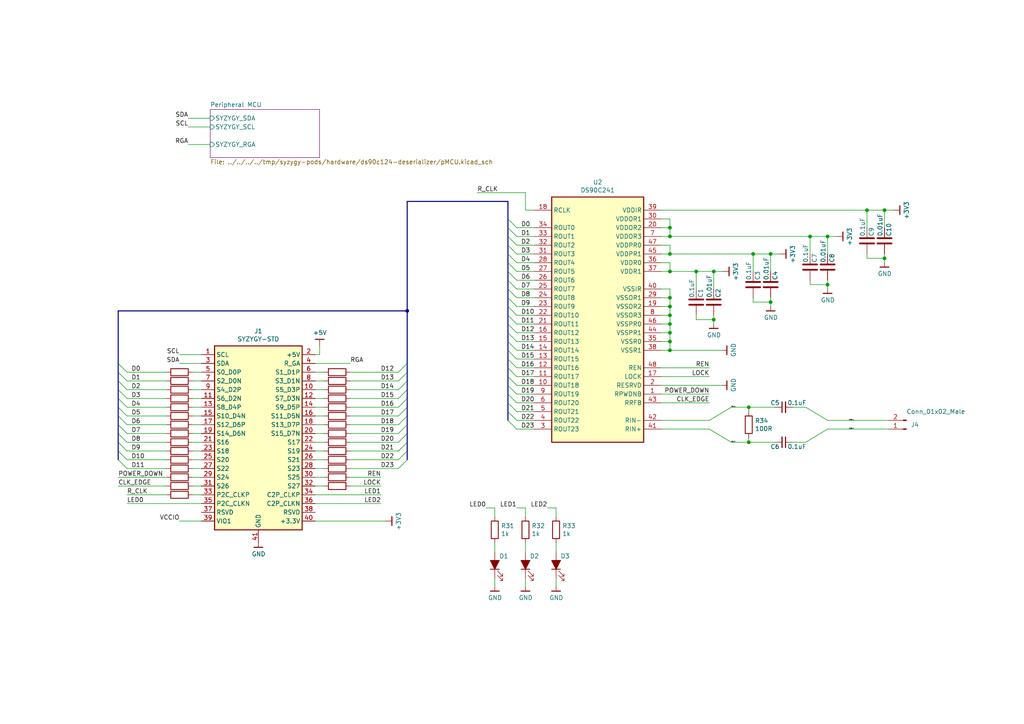
<source format=kicad_sch>
(kicad_sch (version 20230121) (generator eeschema)
  (paper "A4")
  (title_block (title "ds90c124-deserializer") (date "2020-05-23") (rev "r1.0") (comment 1 "SYZYGY Pod"))
  (lib_symbols
    (symbol "Connector:Conn_01x02_Male" (pin_names hide)
      (property "Reference" "J" (at 0 2.54 0))
      (property "Value" "Conn_01x02_Male" (at 0 -5.08 0))
      (symbol "Conn_01x02_Male_1_1"
        (polyline (pts (xy 1.27 -2.54) (xy 0.8636 -2.54)))
        (polyline (pts (xy 1.27 0) (xy 0.8636 0)))
        (rectangle (start 0.8636 -2.413) (end 0 -2.667) (fill (type outline)))
        (rectangle (start 0.8636 0.127) (end 0 -0.127) (fill (type outline)))
        (pin passive line (at 5.08 0 180) (length 3.81) (name "Pin_1") (number "1"))
        (pin passive line (at 5.08 -2.54 180) (length 3.81) (name "Pin_2") (number "2"))
      )
    )
    (symbol "Device:C" (pin_numbers hide) (pin_names (offset 0.254))
      (property "Reference" "C" (at 0.635 2.54 0))
      (property "Value" "C" (at 0.635 -2.54 0))
      (symbol "C_0_1"
        (polyline (pts (xy -2.032 -0.762) (xy 2.032 -0.762)) (stroke (width 0.508)))
        (polyline (pts (xy -2.032 0.762) (xy 2.032 0.762)) (stroke (width 0.508)))
      )
      (symbol "C_1_1"
        (pin passive line (at 0 3.81 270) (length 2.794) (name "~") (number "1"))
        (pin passive line (at 0 -3.81 90) (length 2.794) (name "~") (number "2"))
      )
    )
    (symbol "Device:C_Small" (pin_numbers hide) (pin_names (offset 0.254) hide)
      (property "Reference" "C" (at 0.254 1.778 0))
      (property "Value" "C_Small" (at 0.254 -2.032 0))
      (symbol "C_Small_0_1"
        (polyline (pts (xy -1.524 -0.508) (xy 1.524 -0.508)) (stroke (width 0.3302)))
        (polyline (pts (xy -1.524 0.508) (xy 1.524 0.508)) (stroke (width 0.3048)))
      )
      (symbol "C_Small_1_1"
        (pin passive line (at 0 2.54 270) (length 2.032) (name "~") (number "1"))
        (pin passive line (at 0 -2.54 90) (length 2.032) (name "~") (number "2"))
      )
    )
    (symbol "Device:LED_ALT" (pin_numbers hide) (pin_names hide)
      (property "Reference" "D" (at 0 2.54 0))
      (property "Value" "LED_ALT" (at 0 -2.54 0))
      (symbol "LED_ALT_0_1"
        (polyline (pts (xy -1.27 -1.27) (xy -1.27 1.27)) (stroke (width 0.254)))
        (polyline (pts (xy -1.27 0) (xy 1.27 0)))
        (polyline (pts (xy 1.27 -1.27) (xy 1.27 1.27) (xy -1.27 0) (xy 1.27 -1.27)) (stroke (width 0.254)) (fill (type outline)))
        (polyline (pts (xy -3.048 -0.762) (xy -4.572 -2.286) (xy -3.81 -2.286) (xy -4.572 -2.286) (xy -4.572 -1.524)))
        (polyline (pts (xy -1.778 -0.762) (xy -3.302 -2.286) (xy -2.54 -2.286) (xy -3.302 -2.286) (xy -3.302 -1.524)))
      )
      (symbol "LED_ALT_1_1"
        (pin passive line (at -3.81 0 0) (length 2.54) (name "K") (number "1"))
        (pin passive line (at 3.81 0 180) (length 2.54) (name "A") (number "2"))
      )
    )
    (symbol "Device:R" (pin_numbers hide) (pin_names (offset 0))
      (property "Reference" "R" (at 2.032 0 90))
      (property "Value" "R" (at 0 0 90))
      (symbol "R_0_1"
        (rectangle (start -1.016 -2.54) (end 1.016 2.54) (stroke (width 0.254)))
      )
      (symbol "R_1_1"
        (pin passive line (at 0 3.81 270) (length 1.27) (name "~") (number "1"))
        (pin passive line (at 0 -3.81 90) (length 1.27) (name "~") (number "2"))
      )
    )
    (symbol "gkl_image:DS90C241"
      (property "Reference" "U" (at -5.08 33.02 0))
      (property "Value" "DS90C241" (at -5.08 30.48 0))
      (symbol "DS90C241_0_1"
        (rectangle (start -16.51 29.21) (end 10.16 -41.91) (stroke (width 0.3302)) (fill (type background)))
      )
      (symbol "DS90C241_1_1"
        (pin input line (at 15.24 -27.94 180) (length 5.08) (name "RPWDNB") (number "1"))
        (pin input line (at -21.59 -25.4 0) (length 5.08) (name "ROUT18") (number "10"))
        (pin input line (at -21.59 -22.86 0) (length 5.08) (name "ROUT17") (number "11"))
        (pin input line (at -21.59 -20.32 0) (length 5.08) (name "ROUT16") (number "12"))
        (pin input line (at -21.59 -17.78 0) (length 5.08) (name "ROUT15") (number "13"))
        (pin input line (at -21.59 -15.24 0) (length 5.08) (name "ROUT14") (number "14"))
        (pin input line (at -21.59 -12.7 0) (length 5.08) (name "ROUT13") (number "15"))
        (pin input line (at -21.59 -10.16 0) (length 5.08) (name "ROUT12") (number "16"))
        (pin input line (at 15.24 -22.86 180) (length 5.08) (name "LOCK") (number "17"))
        (pin input line (at -21.59 25.4 0) (length 5.08) (name "RCLK") (number "18"))
        (pin input line (at 15.24 -2.54 180) (length 5.08) (name "VSSOR2") (number "19"))
        (pin input line (at 15.24 -25.4 180) (length 5.08) (name "RESRVD") (number "2"))
        (pin input line (at 15.24 20.32 180) (length 5.08) (name "VDDOR2") (number "20"))
        (pin input line (at -21.59 -7.62 0) (length 5.08) (name "ROUT11") (number "21"))
        (pin input line (at -21.59 -5.08 0) (length 5.08) (name "ROUT10") (number "22"))
        (pin input line (at -21.59 -2.54 0) (length 5.08) (name "ROUT9") (number "23"))
        (pin input line (at -21.59 0 0) (length 5.08) (name "ROUT8") (number "24"))
        (pin input line (at -21.59 2.54 0) (length 5.08) (name "ROUT7") (number "25"))
        (pin input line (at -21.59 5.08 0) (length 5.08) (name "ROUT6") (number "26"))
        (pin input line (at -21.59 7.62 0) (length 5.08) (name "ROUT5") (number "27"))
        (pin input line (at -21.59 10.16 0) (length 5.08) (name "ROUT4") (number "28"))
        (pin input line (at 15.24 0 180) (length 5.08) (name "VSSOR1") (number "29"))
        (pin input line (at -21.59 -38.1 0) (length 5.08) (name "ROUT23") (number "3"))
        (pin input line (at 15.24 22.86 180) (length 5.08) (name "VDDOR1") (number "30"))
        (pin input line (at -21.59 12.7 0) (length 5.08) (name "ROUT3") (number "31"))
        (pin input line (at -21.59 15.24 0) (length 5.08) (name "ROUT2") (number "32"))
        (pin input line (at -21.59 17.78 0) (length 5.08) (name "ROUT1") (number "33"))
        (pin input line (at -21.59 20.32 0) (length 5.08) (name "ROUT0") (number "34"))
        (pin input line (at 15.24 -12.7 180) (length 5.08) (name "VSSR0") (number "35"))
        (pin input line (at 15.24 10.16 180) (length 5.08) (name "VDDR0") (number "36"))
        (pin input line (at 15.24 7.62 180) (length 5.08) (name "VDDR1") (number "37"))
        (pin input line (at 15.24 -15.24 180) (length 5.08) (name "VSSR1") (number "38"))
        (pin input line (at 15.24 25.4 180) (length 5.08) (name "VDDIR") (number "39"))
        (pin input line (at -21.59 -35.56 0) (length 5.08) (name "ROUT22") (number "4"))
        (pin input line (at 15.24 2.54 180) (length 5.08) (name "VSSIR") (number "40"))
        (pin input line (at 15.24 -38.1 180) (length 5.08) (name "RIN+") (number "41"))
        (pin input line (at 15.24 -35.56 180) (length 5.08) (name "RIN-") (number "42"))
        (pin input line (at 15.24 -30.48 180) (length 5.08) (name "RRFB") (number "43"))
        (pin input line (at 15.24 -10.16 180) (length 5.08) (name "VSSPR1") (number "44"))
        (pin input line (at 15.24 12.7 180) (length 5.08) (name "VDDPR1") (number "45"))
        (pin input line (at 15.24 -7.62 180) (length 5.08) (name "VSSPR0") (number "46"))
        (pin input line (at 15.24 15.24 180) (length 5.08) (name "VDDPR0") (number "47"))
        (pin input line (at 15.24 -20.32 180) (length 5.08) (name "REN") (number "48"))
        (pin input line (at -21.59 -33.02 0) (length 5.08) (name "ROUT21") (number "5"))
        (pin input line (at -21.59 -30.48 0) (length 5.08) (name "ROUT20") (number "6"))
        (pin input line (at 15.24 17.78 180) (length 5.08) (name "VDDOR3") (number "7"))
        (pin input line (at 15.24 -5.08 180) (length 5.08) (name "VSSOR3") (number "8"))
        (pin input line (at -21.59 -27.94 0) (length 5.08) (name "ROUT19") (number "9"))
      )
    )
    (symbol "gkl_misc:SYZYGY-STD"
      (property "Reference" "J" (at 0 27.94 0))
      (property "Value" "SYZYGY-STD" (at 0 25.4 0))
      (symbol "SYZYGY-STD_0_1"
        (rectangle (start -12.7 24.13) (end 12.7 -29.21) (stroke (width 0.3302)) (fill (type background)))
      )
      (symbol "SYZYGY-STD_1_1"
        (pin input line (at -16.51 21.59 0) (length 3.81) (name "SCL") (number "1"))
        (pin input line (at 16.51 11.43 180) (length 3.81) (name "S5_D3P") (number "10"))
        (pin input line (at -16.51 8.89 0) (length 3.81) (name "S6_D2N") (number "11"))
        (pin input line (at 16.51 8.89 180) (length 3.81) (name "S7_D3N") (number "12"))
        (pin input line (at -16.51 6.35 0) (length 3.81) (name "S8_D4P") (number "13"))
        (pin input line (at 16.51 6.35 180) (length 3.81) (name "S9_D5P") (number "14"))
        (pin input line (at -16.51 3.81 0) (length 3.81) (name "S10_D4N") (number "15"))
        (pin input line (at 16.51 3.81 180) (length 3.81) (name "S11_D5N") (number "16"))
        (pin input line (at -16.51 1.27 0) (length 3.81) (name "S12_D6P") (number "17"))
        (pin input line (at 16.51 1.27 180) (length 3.81) (name "S13_D7P") (number "18"))
        (pin input line (at -16.51 -1.27 0) (length 3.81) (name "S14_D6N") (number "19"))
        (pin input line (at 16.51 21.59 180) (length 3.81) (name "+5V") (number "2"))
        (pin input line (at 16.51 -1.27 180) (length 3.81) (name "S15_D7N") (number "20"))
        (pin input line (at -16.51 -3.81 0) (length 3.81) (name "S16") (number "21"))
        (pin input line (at 16.51 -3.81 180) (length 3.81) (name "S17") (number "22"))
        (pin input line (at -16.51 -6.35 0) (length 3.81) (name "S18") (number "23"))
        (pin input line (at 16.51 -6.35 180) (length 3.81) (name "S19") (number "24"))
        (pin input line (at -16.51 -8.89 0) (length 3.81) (name "S20") (number "25"))
        (pin input line (at 16.51 -8.89 180) (length 3.81) (name "S21") (number "26"))
        (pin input line (at -16.51 -11.43 0) (length 3.81) (name "S22") (number "27"))
        (pin input line (at 16.51 -11.43 180) (length 3.81) (name "S23") (number "28"))
        (pin input line (at -16.51 -13.97 0) (length 3.81) (name "S24") (number "29"))
        (pin input line (at -16.51 19.05 0) (length 3.81) (name "SDA") (number "3"))
        (pin input line (at 16.51 -13.97 180) (length 3.81) (name "S25") (number "30"))
        (pin input line (at -16.51 -16.51 0) (length 3.81) (name "S26") (number "31"))
        (pin input line (at 16.51 -16.51 180) (length 3.81) (name "S27") (number "32"))
        (pin input line (at -16.51 -19.05 0) (length 3.81) (name "P2C_CLKP") (number "33"))
        (pin input line (at 16.51 -19.05 180) (length 3.81) (name "C2P_CLKP") (number "34"))
        (pin input line (at -16.51 -21.59 0) (length 3.81) (name "P2C_CLKN") (number "35"))
        (pin input line (at 16.51 -21.59 180) (length 3.81) (name "C2P_CLKN") (number "36"))
        (pin input line (at -16.51 -24.13 0) (length 3.81) (name "RSVD") (number "37"))
        (pin input line (at 16.51 -24.13 180) (length 3.81) (name "RSVD") (number "38"))
        (pin input line (at -16.51 -26.67 0) (length 3.81) (name "VIO1") (number "39"))
        (pin input line (at 16.51 19.05 180) (length 3.81) (name "R_GA") (number "4"))
        (pin input line (at 16.51 -26.67 180) (length 3.81) (name "+3.3V") (number "40"))
        (pin input line (at 0 -33.02 90) (length 3.81) (name "GND") (number "41"))
        (pin input line (at -16.51 16.51 0) (length 3.81) (name "S0_D0P") (number "5"))
        (pin input line (at 16.51 16.51 180) (length 3.81) (name "S1_D1P") (number "6"))
        (pin input line (at -16.51 13.97 0) (length 3.81) (name "S2_D0N") (number "7"))
        (pin input line (at 16.51 13.97 180) (length 3.81) (name "S3_D1N") (number "8"))
        (pin input line (at -16.51 11.43 0) (length 3.81) (name "S4_D2P") (number "9"))
      )
    )
    (symbol "gkl_power:+3V3" (power) (pin_names (offset 0))
      (property "Value" "+3V3" (at 0 3.556 0))
      (symbol "+3V3_0_1"
        (polyline (pts (xy -1.27 1.905) (xy 1.27 1.905)) (stroke (width 0.3048)))
        (polyline (pts (xy 0 0) (xy 0 1.905)))
      )
      (symbol "+3V3_1_1"
        (pin power_in line (at 0 0 90) (length 0) hide (name "+3V3") (number "1"))
      )
    )
    (symbol "gkl_power:+5V" (power) (pin_names (offset 0))
      (property "Value" "+5V" (at 0 3.175 0))
      (symbol "+5V_0_1"
        (polyline (pts (xy -1.27 1.905) (xy 1.27 1.905)) (stroke (width 0.3048)))
        (polyline (pts (xy 0 0) (xy 0 1.905)))
      )
      (symbol "+5V_1_1"
        (pin power_in line (at 0 0 90) (length 0) hide (name "+5V") (number "1"))
      )
    )
    (symbol "gkl_power:GND" (power) (pin_names (offset 0))
      (property "Value" "GND" (at 0 -2.54 0))
      (symbol "GND_0_1"
        (polyline (pts (xy 0 -1.27) (xy 0 0)))
        (polyline (pts (xy 1.27 -1.27) (xy -1.27 -1.27)) (stroke (width 0.3048)))
      )
      (symbol "GND_1_1"
        (pin power_in line (at 0 0 270) (length 0) hide (name "GND") (number "1"))
      )
    )
  )
  (junction (at 194.31 68.58))
  (junction (at 240.03 82.55))
  (junction (at 194.31 78.74))
  (junction (at 207.01 78.74))
  (junction (at 240.03 68.58))
  (junction (at 194.31 88.9))
  (junction (at 223.52 87.63))
  (junction (at 207.01 92.71))
  (junction (at 194.31 93.98))
  (junction (at 194.31 66.04))
  (junction (at 251.46 60.96))
  (junction (at 194.31 101.6))
  (junction (at 256.54 74.93))
  (junction (at 217.17 128.27))
  (junction (at 201.93 78.74))
  (junction (at 194.31 86.36))
  (junction (at 118.11 90.17))
  (junction (at 194.31 73.66))
  (junction (at 234.95 68.58))
  (junction (at 218.44 73.66))
  (junction (at 223.52 73.66))
  (junction (at 256.54 60.96))
  (junction (at 217.17 118.11))
  (junction (at 194.31 96.52))
  (junction (at 194.31 91.44))
  (junction (at 194.31 99.06))
  (bus_entry (at 118.11 105.41) (size -2.54 2.54))
  (bus_entry (at 118.11 123.19) (size -2.54 2.54))
  (bus_entry (at 147.32 63.5) (size 2.54 2.54))
  (bus_entry (at 118.11 118.11) (size -2.54 2.54))
  (bus_entry (at 147.32 106.68) (size 2.54 2.54))
  (bus_entry (at 118.11 130.81) (size -2.54 2.54))
  (bus_entry (at 147.32 93.98) (size 2.54 2.54))
  (bus_entry (at 34.29 123.19) (size 2.54 2.54))
  (bus_entry (at 34.29 107.95) (size 2.54 2.54))
  (bus_entry (at 34.29 105.41) (size 2.54 2.54))
  (bus_entry (at 147.32 114.3) (size 2.54 2.54))
  (bus_entry (at 34.29 128.27) (size 2.54 2.54))
  (bus_entry (at 118.11 107.95) (size -2.54 2.54))
  (bus_entry (at 118.11 115.57) (size -2.54 2.54))
  (bus_entry (at 147.32 96.52) (size 2.54 2.54))
  (bus_entry (at 147.32 76.2) (size 2.54 2.54))
  (bus_entry (at 118.11 125.73) (size -2.54 2.54))
  (bus_entry (at 34.29 130.81) (size 2.54 2.54))
  (bus_entry (at 147.32 88.9) (size 2.54 2.54))
  (bus_entry (at 147.32 99.06) (size 2.54 2.54))
  (bus_entry (at 147.32 116.84) (size 2.54 2.54))
  (bus_entry (at 147.32 101.6) (size 2.54 2.54))
  (bus_entry (at 34.29 118.11) (size 2.54 2.54))
  (bus_entry (at 147.32 109.22) (size 2.54 2.54))
  (bus_entry (at 147.32 78.74) (size 2.54 2.54))
  (bus_entry (at 147.32 68.58) (size 2.54 2.54))
  (bus_entry (at 34.29 120.65) (size 2.54 2.54))
  (bus_entry (at 118.11 128.27) (size -2.54 2.54))
  (bus_entry (at 147.32 66.04) (size 2.54 2.54))
  (bus_entry (at 147.32 81.28) (size 2.54 2.54))
  (bus_entry (at 147.32 119.38) (size 2.54 2.54))
  (bus_entry (at 118.11 113.03) (size -2.54 2.54))
  (bus_entry (at 147.32 86.36) (size 2.54 2.54))
  (bus_entry (at 34.29 133.35) (size 2.54 2.54))
  (bus_entry (at 147.32 71.12) (size 2.54 2.54))
  (bus_entry (at 147.32 91.44) (size 2.54 2.54))
  (bus_entry (at 147.32 73.66) (size 2.54 2.54))
  (bus_entry (at 34.29 115.57) (size 2.54 2.54))
  (bus_entry (at 34.29 110.49) (size 2.54 2.54))
  (bus_entry (at 118.11 120.65) (size -2.54 2.54))
  (bus_entry (at 118.11 110.49) (size -2.54 2.54))
  (bus_entry (at 147.32 111.76) (size 2.54 2.54))
  (bus_entry (at 147.32 121.92) (size 2.54 2.54))
  (bus_entry (at 34.29 113.03) (size 2.54 2.54))
  (bus_entry (at 147.32 83.82) (size 2.54 2.54))
  (bus_entry (at 34.29 125.73) (size 2.54 2.54))
  (bus_entry (at 118.11 133.35) (size -2.54 2.54))
  (bus_entry (at 147.32 104.14) (size 2.54 2.54))
  (bus (pts (xy 147.32 93.98) (xy 147.32 96.52)))
  (bus (pts (xy 118.11 120.65) (xy 118.11 123.19)))
  (wire (pts (xy 55.88 135.89) (xy 58.42 135.89)))
  (wire (pts (xy 223.52 73.66) (xy 223.52 78.74)))
  (wire (pts (xy 36.83 123.19) (xy 48.26 123.19)))
  (wire (pts (xy 154.94 83.82) (xy 149.86 83.82)))
  (wire (pts (xy 194.31 88.9) (xy 194.31 91.44)))
  (wire (pts (xy 36.83 146.05) (xy 58.42 146.05)))
  (bus (pts (xy 34.29 90.17) (xy 34.29 105.41)))
  (bus (pts (xy 34.29 110.49) (xy 34.29 113.03)))
  (wire (pts (xy 161.29 167.64) (xy 161.29 170.18)))
  (wire (pts (xy 36.83 118.11) (xy 48.26 118.11)))
  (wire (pts (xy 251.46 60.96) (xy 256.54 60.96)))
  (bus (pts (xy 147.32 78.74) (xy 147.32 81.28)))
  (wire (pts (xy 154.94 96.52) (xy 149.86 96.52)))
  (wire (pts (xy 194.31 101.6) (xy 209.55 101.6)))
  (wire (pts (xy 149.86 147.32) (xy 152.4 147.32)))
  (bus (pts (xy 147.32 91.44) (xy 147.32 93.98)))
  (wire (pts (xy 191.77 83.82) (xy 194.31 83.82)))
  (wire (pts (xy 207.01 92.71) (xy 207.01 93.98)))
  (wire (pts (xy 161.29 157.48) (xy 161.29 160.02)))
  (wire (pts (xy 91.44 105.41) (xy 101.6 105.41)))
  (wire (pts (xy 226.06 73.66) (xy 223.52 73.66)))
  (wire (pts (xy 212.09 118.11) (xy 205.74 121.92)))
  (wire (pts (xy 229.87 128.27) (xy 233.68 128.27)))
  (wire (pts (xy 191.77 96.52) (xy 194.31 96.52)))
  (wire (pts (xy 91.44 123.19) (xy 93.98 123.19)))
  (wire (pts (xy 36.83 115.57) (xy 48.26 115.57)))
  (wire (pts (xy 194.31 93.98) (xy 194.31 96.52)))
  (wire (pts (xy 55.88 115.57) (xy 58.42 115.57)))
  (wire (pts (xy 191.77 73.66) (xy 194.31 73.66)))
  (wire (pts (xy 91.44 130.81) (xy 93.98 130.81)))
  (wire (pts (xy 55.88 133.35) (xy 58.42 133.35)))
  (wire (pts (xy 256.54 74.93) (xy 256.54 73.66)))
  (wire (pts (xy 201.93 91.44) (xy 201.93 92.71)))
  (bus (pts (xy 118.11 105.41) (xy 118.11 107.95)))
  (bus (pts (xy 118.11 128.27) (xy 118.11 130.81)))
  (wire (pts (xy 101.6 130.81) (xy 115.57 130.81)))
  (wire (pts (xy 217.17 127) (xy 217.17 128.27)))
  (wire (pts (xy 58.42 102.87) (xy 52.07 102.87)))
  (wire (pts (xy 36.83 110.49) (xy 48.26 110.49)))
  (wire (pts (xy 209.55 78.74) (xy 207.01 78.74)))
  (bus (pts (xy 118.11 110.49) (xy 118.11 113.03)))
  (wire (pts (xy 58.42 151.13) (xy 52.07 151.13)))
  (wire (pts (xy 60.96 34.29) (xy 54.61 34.29)))
  (wire (pts (xy 154.94 99.06) (xy 149.86 99.06)))
  (wire (pts (xy 48.26 138.43) (xy 34.29 138.43)))
  (bus (pts (xy 34.29 118.11) (xy 34.29 120.65)))
  (wire (pts (xy 91.44 143.51) (xy 110.49 143.51)))
  (wire (pts (xy 101.6 140.97) (xy 110.49 140.97)))
  (wire (pts (xy 240.03 121.92) (xy 233.68 118.11)))
  (wire (pts (xy 201.93 83.82) (xy 201.93 78.74)))
  (wire (pts (xy 194.31 71.12) (xy 194.31 73.66)))
  (wire (pts (xy 101.6 135.89) (xy 115.57 135.89)))
  (wire (pts (xy 191.77 63.5) (xy 194.31 63.5)))
  (wire (pts (xy 101.6 118.11) (xy 115.57 118.11)))
  (wire (pts (xy 233.68 118.11) (xy 229.87 118.11)))
  (wire (pts (xy 55.88 120.65) (xy 58.42 120.65)))
  (wire (pts (xy 36.83 135.89) (xy 48.26 135.89)))
  (wire (pts (xy 191.77 91.44) (xy 194.31 91.44)))
  (bus (pts (xy 118.11 58.42) (xy 118.11 90.17)))
  (bus (pts (xy 147.32 104.14) (xy 147.32 106.68)))
  (wire (pts (xy 233.68 128.27) (xy 240.03 124.46)))
  (wire (pts (xy 154.94 88.9) (xy 149.86 88.9)))
  (wire (pts (xy 91.44 151.13) (xy 111.76 151.13)))
  (wire (pts (xy 154.94 91.44) (xy 149.86 91.44)))
  (wire (pts (xy 60.96 41.91) (xy 54.61 41.91)))
  (wire (pts (xy 36.83 130.81) (xy 48.26 130.81)))
  (wire (pts (xy 154.94 106.68) (xy 149.86 106.68)))
  (wire (pts (xy 91.44 125.73) (xy 93.98 125.73)))
  (wire (pts (xy 191.77 86.36) (xy 194.31 86.36)))
  (wire (pts (xy 101.6 123.19) (xy 115.57 123.19)))
  (bus (pts (xy 147.32 73.66) (xy 147.32 76.2)))
  (wire (pts (xy 194.31 96.52) (xy 194.31 99.06)))
  (wire (pts (xy 194.31 99.06) (xy 194.31 101.6)))
  (bus (pts (xy 118.11 130.81) (xy 118.11 133.35)))
  (wire (pts (xy 36.83 143.51) (xy 48.26 143.51)))
  (wire (pts (xy 91.44 140.97) (xy 93.98 140.97)))
  (bus (pts (xy 147.32 58.42) (xy 118.11 58.42)))
  (wire (pts (xy 234.95 82.55) (xy 240.03 82.55)))
  (wire (pts (xy 101.6 115.57) (xy 115.57 115.57)))
  (wire (pts (xy 154.94 71.12) (xy 149.86 71.12)))
  (bus (pts (xy 147.32 99.06) (xy 147.32 101.6)))
  (wire (pts (xy 101.6 113.03) (xy 115.57 113.03)))
  (wire (pts (xy 154.94 119.38) (xy 149.86 119.38)))
  (wire (pts (xy 91.44 146.05) (xy 110.49 146.05)))
  (wire (pts (xy 191.77 121.92) (xy 205.74 121.92)))
  (wire (pts (xy 154.94 124.46) (xy 149.86 124.46)))
  (wire (pts (xy 55.88 125.73) (xy 58.42 125.73)))
  (wire (pts (xy 194.31 76.2) (xy 194.31 78.74)))
  (bus (pts (xy 34.29 125.73) (xy 34.29 128.27)))
  (wire (pts (xy 143.51 149.86) (xy 143.51 147.32)))
  (wire (pts (xy 201.93 78.74) (xy 207.01 78.74)))
  (wire (pts (xy 154.94 114.3) (xy 149.86 114.3)))
  (wire (pts (xy 154.94 66.04) (xy 149.86 66.04)))
  (wire (pts (xy 251.46 74.93) (xy 256.54 74.93)))
  (bus (pts (xy 147.32 119.38) (xy 147.32 121.92)))
  (wire (pts (xy 101.6 120.65) (xy 115.57 120.65)))
  (wire (pts (xy 101.6 138.43) (xy 110.49 138.43)))
  (bus (pts (xy 118.11 107.95) (xy 118.11 110.49)))
  (wire (pts (xy 55.88 107.95) (xy 58.42 107.95)))
  (wire (pts (xy 101.6 128.27) (xy 115.57 128.27)))
  (bus (pts (xy 118.11 115.57) (xy 118.11 118.11)))
  (wire (pts (xy 194.31 63.5) (xy 194.31 66.04)))
  (wire (pts (xy 55.88 138.43) (xy 58.42 138.43)))
  (wire (pts (xy 194.31 83.82) (xy 194.31 86.36)))
  (wire (pts (xy 152.4 149.86) (xy 152.4 147.32)))
  (bus (pts (xy 118.11 125.73) (xy 118.11 128.27)))
  (wire (pts (xy 152.4 167.64) (xy 152.4 170.18)))
  (wire (pts (xy 218.44 78.74) (xy 218.44 73.66)))
  (wire (pts (xy 212.09 118.11) (xy 217.17 118.11)))
  (bus (pts (xy 34.29 105.41) (xy 34.29 107.95)))
  (wire (pts (xy 152.4 60.96) (xy 152.4 55.88)))
  (wire (pts (xy 191.77 99.06) (xy 194.31 99.06)))
  (wire (pts (xy 91.44 102.87) (xy 92.71 102.87)))
  (wire (pts (xy 55.88 140.97) (xy 58.42 140.97)))
  (wire (pts (xy 154.94 76.2) (xy 149.86 76.2)))
  (wire (pts (xy 36.83 120.65) (xy 48.26 120.65)))
  (bus (pts (xy 147.32 88.9) (xy 147.32 91.44)))
  (wire (pts (xy 91.44 128.27) (xy 93.98 128.27)))
  (bus (pts (xy 34.29 120.65) (xy 34.29 123.19)))
  (wire (pts (xy 207.01 92.71) (xy 207.01 91.44)))
  (bus (pts (xy 147.32 66.04) (xy 147.32 68.58)))
  (bus (pts (xy 118.11 113.03) (xy 118.11 115.57)))
  (wire (pts (xy 58.42 105.41) (xy 52.07 105.41)))
  (bus (pts (xy 34.29 113.03) (xy 34.29 115.57)))
  (wire (pts (xy 240.03 68.58) (xy 240.03 73.66)))
  (bus (pts (xy 147.32 83.82) (xy 147.32 86.36)))
  (wire (pts (xy 55.88 130.81) (xy 58.42 130.81)))
  (bus (pts (xy 34.29 123.19) (xy 34.29 125.73)))
  (bus (pts (xy 147.32 68.58) (xy 147.32 71.12)))
  (wire (pts (xy 55.88 113.03) (xy 58.42 113.03)))
  (wire (pts (xy 91.44 107.95) (xy 93.98 107.95)))
  (wire (pts (xy 154.94 81.28) (xy 149.86 81.28)))
  (bus (pts (xy 147.32 101.6) (xy 147.32 104.14)))
  (wire (pts (xy 55.88 110.49) (xy 58.42 110.49)))
  (wire (pts (xy 152.4 157.48) (xy 152.4 160.02)))
  (wire (pts (xy 191.77 114.3) (xy 205.74 114.3)))
  (wire (pts (xy 251.46 73.66) (xy 251.46 74.93)))
  (wire (pts (xy 194.31 91.44) (xy 194.31 93.98)))
  (wire (pts (xy 92.71 102.87) (xy 92.71 100.33)))
  (wire (pts (xy 240.03 124.46) (xy 257.81 124.46)))
  (wire (pts (xy 191.77 124.46) (xy 205.74 124.46)))
  (bus (pts (xy 118.11 90.17) (xy 34.29 90.17)))
  (wire (pts (xy 101.6 125.73) (xy 115.57 125.73)))
  (bus (pts (xy 147.32 114.3) (xy 147.32 116.84)))
  (wire (pts (xy 48.26 140.97) (xy 34.29 140.97)))
  (wire (pts (xy 191.77 116.84) (xy 205.74 116.84)))
  (wire (pts (xy 207.01 78.74) (xy 207.01 83.82)))
  (wire (pts (xy 242.57 68.58) (xy 240.03 68.58)))
  (wire (pts (xy 217.17 118.11) (xy 224.79 118.11)))
  (wire (pts (xy 240.03 82.55) (xy 240.03 83.82)))
  (wire (pts (xy 154.94 93.98) (xy 149.86 93.98)))
  (wire (pts (xy 234.95 68.58) (xy 240.03 68.58)))
  (wire (pts (xy 36.83 125.73) (xy 48.26 125.73)))
  (wire (pts (xy 194.31 73.66) (xy 218.44 73.66)))
  (bus (pts (xy 147.32 116.84) (xy 147.32 119.38)))
  (wire (pts (xy 223.52 87.63) (xy 223.52 88.9)))
  (bus (pts (xy 34.29 128.27) (xy 34.29 130.81)))
  (wire (pts (xy 101.6 110.49) (xy 115.57 110.49)))
  (wire (pts (xy 194.31 78.74) (xy 191.77 78.74)))
  (wire (pts (xy 201.93 78.74) (xy 194.31 78.74)))
  (wire (pts (xy 91.44 133.35) (xy 93.98 133.35)))
  (bus (pts (xy 118.11 90.17) (xy 118.11 105.41)))
  (wire (pts (xy 154.94 109.22) (xy 149.86 109.22)))
  (wire (pts (xy 194.31 86.36) (xy 194.31 88.9)))
  (bus (pts (xy 147.32 96.52) (xy 147.32 99.06)))
  (bus (pts (xy 147.32 81.28) (xy 147.32 83.82)))
  (wire (pts (xy 191.77 106.68) (xy 205.74 106.68)))
  (wire (pts (xy 36.83 128.27) (xy 48.26 128.27)))
  (wire (pts (xy 259.08 60.96) (xy 256.54 60.96)))
  (wire (pts (xy 240.03 121.92) (xy 257.81 121.92)))
  (wire (pts (xy 91.44 110.49) (xy 93.98 110.49)))
  (bus (pts (xy 147.32 111.76) (xy 147.32 114.3)))
  (bus (pts (xy 147.32 58.42) (xy 147.32 63.5)))
  (wire (pts (xy 154.94 68.58) (xy 149.86 68.58)))
  (wire (pts (xy 191.77 60.96) (xy 251.46 60.96)))
  (wire (pts (xy 191.77 111.76) (xy 209.55 111.76)))
  (wire (pts (xy 91.44 138.43) (xy 93.98 138.43)))
  (wire (pts (xy 101.6 107.95) (xy 115.57 107.95)))
  (wire (pts (xy 223.52 87.63) (xy 223.52 86.36)))
  (bus (pts (xy 34.29 115.57) (xy 34.29 118.11)))
  (wire (pts (xy 201.93 92.71) (xy 207.01 92.71)))
  (wire (pts (xy 36.83 113.03) (xy 48.26 113.03)))
  (wire (pts (xy 212.09 128.27) (xy 217.17 128.27)))
  (wire (pts (xy 217.17 128.27) (xy 224.79 128.27)))
  (wire (pts (xy 36.83 107.95) (xy 48.26 107.95)))
  (wire (pts (xy 143.51 157.48) (xy 143.51 160.02)))
  (bus (pts (xy 34.29 130.81) (xy 34.29 133.35)))
  (wire (pts (xy 256.54 60.96) (xy 256.54 66.04)))
  (bus (pts (xy 147.32 71.12) (xy 147.32 73.66)))
  (wire (pts (xy 154.94 101.6) (xy 149.86 101.6)))
  (wire (pts (xy 60.96 36.83) (xy 54.61 36.83)))
  (wire (pts (xy 154.94 121.92) (xy 149.86 121.92)))
  (wire (pts (xy 218.44 73.66) (xy 223.52 73.66)))
  (bus (pts (xy 147.32 109.22) (xy 147.32 111.76)))
  (wire (pts (xy 191.77 93.98) (xy 194.31 93.98)))
  (wire (pts (xy 194.31 68.58) (xy 234.95 68.58)))
  (wire (pts (xy 251.46 66.04) (xy 251.46 60.96)))
  (wire (pts (xy 55.88 123.19) (xy 58.42 123.19)))
  (bus (pts (xy 34.29 107.95) (xy 34.29 110.49)))
  (bus (pts (xy 118.11 123.19) (xy 118.11 125.73)))
  (wire (pts (xy 217.17 118.11) (xy 217.17 119.38)))
  (bus (pts (xy 147.32 63.5) (xy 147.32 66.04)))
  (wire (pts (xy 191.77 76.2) (xy 194.31 76.2)))
  (wire (pts (xy 234.95 73.66) (xy 234.95 68.58)))
  (wire (pts (xy 55.88 118.11) (xy 58.42 118.11)))
  (wire (pts (xy 154.94 73.66) (xy 149.86 73.66)))
  (wire (pts (xy 191.77 66.04) (xy 194.31 66.04)))
  (wire (pts (xy 143.51 167.64) (xy 143.51 170.18)))
  (wire (pts (xy 91.44 113.03) (xy 93.98 113.03)))
  (wire (pts (xy 140.97 147.32) (xy 143.51 147.32)))
  (bus (pts (xy 147.32 76.2) (xy 147.32 78.74)))
  (bus (pts (xy 147.32 106.68) (xy 147.32 109.22)))
  (wire (pts (xy 138.43 55.88) (xy 152.4 55.88)))
  (wire (pts (xy 101.6 133.35) (xy 115.57 133.35)))
  (wire (pts (xy 91.44 118.11) (xy 93.98 118.11)))
  (wire (pts (xy 191.77 88.9) (xy 194.31 88.9)))
  (wire (pts (xy 154.94 60.96) (xy 152.4 60.96)))
  (bus (pts (xy 118.11 118.11) (xy 118.11 120.65)))
  (wire (pts (xy 154.94 116.84) (xy 149.86 116.84)))
  (bus (pts (xy 147.32 86.36) (xy 147.32 88.9)))
  (wire (pts (xy 55.88 143.51) (xy 58.42 143.51)))
  (wire (pts (xy 36.83 133.35) (xy 48.26 133.35)))
  (wire (pts (xy 218.44 86.36) (xy 218.44 87.63)))
  (wire (pts (xy 191.77 68.58) (xy 194.31 68.58)))
  (wire (pts (xy 191.77 101.6) (xy 194.31 101.6)))
  (wire (pts (xy 158.75 147.32) (xy 161.29 147.32)))
  (wire (pts (xy 256.54 74.93) (xy 256.54 76.2)))
  (wire (pts (xy 154.94 104.14) (xy 149.86 104.14)))
  (wire (pts (xy 161.29 149.86) (xy 161.29 147.32)))
  (wire (pts (xy 91.44 135.89) (xy 93.98 135.89)))
  (wire (pts (xy 205.74 124.46) (xy 212.09 128.27)))
  (wire (pts (xy 154.94 111.76) (xy 149.86 111.76)))
  (wire (pts (xy 154.94 78.74) (xy 149.86 78.74)))
  (wire (pts (xy 191.77 109.22) (xy 205.74 109.22)))
  (wire (pts (xy 191.77 71.12) (xy 194.31 71.12)))
  (wire (pts (xy 91.44 115.57) (xy 93.98 115.57)))
  (wire (pts (xy 240.03 82.55) (xy 240.03 81.28)))
  (wire (pts (xy 154.94 86.36) (xy 149.86 86.36)))
  (wire (pts (xy 218.44 87.63) (xy 223.52 87.63)))
  (wire (pts (xy 55.88 128.27) (xy 58.42 128.27)))
  (wire (pts (xy 234.95 81.28) (xy 234.95 82.55)))
  (wire (pts (xy 194.31 66.04) (xy 194.31 68.58)))
  (wire (pts (xy 91.44 120.65) (xy 93.98 120.65)))
  (label "SCL" (at 52.07 102.87 180))
  (label "D15" (at 114.3 115.57 180))
  (label "D18" (at 151.13 111.76 0))
  (label "D1" (at 151.13 68.58 0))
  (label "D4" (at 151.13 76.2 0))
  (label "D7" (at 38.1 125.73 0))
  (label "REN" (at 205.74 106.68 180))
  (label "LED0" (at 140.97 147.32 180))
  (label "D17" (at 114.3 120.65 180))
  (label "D11" (at 38.1 135.89 0))
  (label "D4" (at 38.1 118.11 0))
  (label "D5" (at 38.1 120.65 0))
  (label "LOCK" (at 110.49 140.97 180))
  (label "SCL" (at 54.61 36.83 180))
  (label "D6" (at 38.1 123.19 0))
  (label "RGA" (at 101.6 105.41 0))
  (label "D0" (at 38.1 107.95 0))
  (label "D8" (at 38.1 128.27 0))
  (label "D16" (at 151.13 106.68 0))
  (label "D1" (at 38.1 110.49 0))
  (label "D8" (at 151.13 86.36 0))
  (label "LED1" (at 110.49 143.51 180))
  (label "RGA" (at 54.61 41.91 180))
  (label "SDA" (at 54.61 34.29 180))
  (label "D5" (at 151.13 78.74 0))
  (label "D13" (at 114.3 110.49 180))
  (label "POWER_DOWN" (at 205.74 114.3 180))
  (label "LVDS_P" (at 247.65 124.46 180) (effects (font (size 0.254 0.254))))
  (label "RIN_N" (at 212.09 118.11 0) (effects (font (size 0.254 0.254))))
  (label "D0" (at 151.13 66.04 0))
  (label "D11" (at 151.13 93.98 0))
  (label "D14" (at 151.13 101.6 0))
  (label "D21" (at 114.3 130.81 180))
  (label "D16" (at 114.3 118.11 180))
  (label "D23" (at 151.13 124.46 0))
  (label "LED1" (at 149.86 147.32 180))
  (label "D3" (at 38.1 115.57 0))
  (label "D22" (at 114.3 133.35 180))
  (label "D20" (at 151.13 116.84 0))
  (label "D21" (at 151.13 119.38 0))
  (label "R_CLK" (at 138.43 55.88 0))
  (label "D19" (at 114.3 125.73 180))
  (label "LOCK" (at 205.74 109.22 180))
  (label "D10" (at 151.13 91.44 0))
  (label "D9" (at 38.1 130.81 0))
  (label "D22" (at 151.13 121.92 0))
  (label "D15" (at 151.13 104.14 0))
  (label "D17" (at 151.13 109.22 0))
  (label "VCCIO" (at 52.07 151.13 180))
  (label "D13" (at 151.13 99.06 0))
  (label "CLK_EDGE" (at 34.29 140.97 0))
  (label "LED2" (at 110.49 146.05 180))
  (label "D2" (at 38.1 113.03 0))
  (label "D23" (at 114.3 135.89 180))
  (label "POWER_DOWN" (at 34.29 138.43 0))
  (label "LED0" (at 36.83 146.05 0))
  (label "D20" (at 114.3 128.27 180))
  (label "D6" (at 151.13 81.28 0))
  (label "D12" (at 151.13 96.52 0))
  (label "SDA" (at 52.07 105.41 180))
  (label "LVDS_N" (at 247.65 121.92 180) (effects (font (size 0.254 0.254))))
  (label "RIN_P" (at 212.09 128.27 0) (effects (font (size 0.254 0.254))))
  (label "D10" (at 38.1 133.35 0))
  (label "D9" (at 151.13 88.9 0))
  (label "D2" (at 151.13 71.12 0))
  (label "LED2" (at 158.75 147.32 180))
  (label "CLK_EDGE" (at 205.74 116.84 180))
  (label "D12" (at 114.3 107.95 180))
  (label "D3" (at 151.13 73.66 0))
  (label "D14" (at 114.3 113.03 180))
  (label "D7" (at 151.13 83.82 0))
  (label "D19" (at 151.13 114.3 0))
  (label "R_CLK" (at 36.83 143.51 0))
  (label "D18" (at 114.3 123.19 180))
  (label "REN" (at 110.49 138.43 180))
  (symbol (lib_id "gkl_misc:SYZYGY-STD") (at 74.93 124.46 0) (unit 1)
    (property "Reference" "J1" (at 74.93 96.0374 0))
    (property "Value" "SYZYGY-STD" (at 74.93 98.3488 0))
    (property "Footprint" "gkl_conn:SYZYGY_standard_pod" (effects hide))
    (property "Mfg" "Samtec Inc." (effects hide))
    (property "PN" "QTE-020-01-F-D-A" (effects hide))
  )
  (symbol (lib_id "gkl_power:+5V") (at 92.71 100.33 0) (unit 1)
    (property "Reference" "#PWR0103" (effects hide))
    (property "Value" "+5V" (at 92.7862 96.4946 0))
  )
  (symbol (lib_id "gkl_power:GND") (at 74.93 157.48 0) (unit 1)
    (property "Reference" "#PWR0101" (effects hide))
    (property "Value" "GND" (at 75.0062 160.6804 0))
  )
  (symbol (lib_id "gkl_power:+3V3") (at 111.76 151.13 270) (unit 1)
    (property "Reference" "#PWR0136" (effects hide))
    (property "Value" "+3V3" (at 115.5954 151.2062 0))
  )
  (symbol (lib_id "gkl_image:DS90C241") (at 176.53 86.36 0) (unit 1)
    (property "Reference" "U2" (at 173.355 52.8574 0))
    (property "Value" "DS90C241" (at 173.355 55.1688 0))
    (property "Footprint" "Package_QFP:LQFP-48_7x7mm_P0.5mm" (effects hide))
  )
  (symbol (lib_id "Connector:Conn_01x02_Male") (at 262.89 124.46 180) (unit 1)
    (property "Reference" "J4" (at 264.16 123.19 0) (effects (justify right)))
    (property "Value" "Conn_01x02_Male" (at 262.89 119.38 0) (effects (justify right)))
    (property "Footprint" "gkl_conn:SB02B-PASK-2" (effects hide))
  )
  (symbol (lib_id "Device:R") (at 52.07 118.11 90) (unit 1)
    (property "Reference" "R6" (effects hide))
    (property "Value" "47R" (effects hide))
    (property "Footprint" "Resistor_SMD:R_0402_1005Metric" (effects hide))
  )
  (symbol (lib_id "gkl_power:GND") (at 143.51 170.18 0) (unit 1)
    (property "Reference" "#PWR0117" (effects hide))
    (property "Value" "GND" (at 143.5862 173.3804 0))
  )
  (symbol (lib_id "gkl_power:+3V3") (at 209.55 78.74 270) (unit 1)
    (property "Reference" "#PWR0102" (effects hide))
    (property "Value" "+3V3" (at 213.3854 78.8162 0))
  )
  (symbol (lib_id "gkl_power:GND") (at 223.52 88.9 0) (unit 1)
    (property "Reference" "#PWR0109" (effects hide))
    (property "Value" "GND" (at 223.5962 92.1004 0))
  )
  (symbol (lib_id "Device:C") (at 256.54 69.85 0) (unit 1)
    (property "Reference" "C10" (at 257.81 68.58 90) (effects (justify left)))
    (property "Value" "0.01uF" (at 255.27 68.58 90) (effects (justify left)))
    (property "Footprint" "Capacitor_SMD:C_0402_1005Metric" (effects hide))
  )
  (symbol (lib_id "Device:R") (at 52.07 113.03 90) (unit 1)
    (property "Reference" "R4" (effects hide))
    (property "Value" "47R" (effects hide))
    (property "Footprint" "Resistor_SMD:R_0402_1005Metric" (effects hide))
  )
  (symbol (lib_id "Device:LED_ALT") (at 161.29 163.83 90) (unit 1)
    (property "Reference" "D3" (at 162.56 161.29 90) (effects (justify right)))
    (property "Value" "LED_ALT" (effects hide))
    (property "Footprint" "LED_SMD:LED_0402_1005Metric" (effects hide))
  )
  (symbol (lib_id "Device:LED_ALT") (at 152.4 163.83 90) (unit 1)
    (property "Reference" "D2" (at 153.67 161.29 90) (effects (justify right)))
    (property "Value" "LED_ALT" (effects hide))
    (property "Footprint" "LED_SMD:LED_0402_1005Metric" (effects hide))
  )
  (symbol (lib_id "Device:R") (at 52.07 143.51 90) (unit 1)
    (property "Reference" "R16" (effects hide))
    (property "Value" "47R" (effects hide))
    (property "Footprint" "Resistor_SMD:R_0402_1005Metric" (effects hide))
  )
  (symbol (lib_id "Device:R") (at 52.07 140.97 90) (unit 1)
    (property "Reference" "R15" (effects hide))
    (property "Value" "47R" (effects hide))
    (property "Footprint" "Resistor_SMD:R_0402_1005Metric" (effects hide))
  )
  (symbol (lib_id "Device:R") (at 52.07 110.49 90) (unit 1)
    (property "Reference" "R3" (effects hide))
    (property "Value" "47R" (effects hide))
    (property "Footprint" "Resistor_SMD:R_0402_1005Metric" (effects hide))
  )
  (symbol (lib_id "Device:R") (at 52.07 115.57 90) (unit 1)
    (property "Reference" "R5" (effects hide))
    (property "Value" "47R" (effects hide))
    (property "Footprint" "Resistor_SMD:R_0402_1005Metric" (effects hide))
  )
  (symbol (lib_id "gkl_power:+3V3") (at 242.57 68.58 270) (unit 1)
    (property "Reference" "#PWR0111" (effects hide))
    (property "Value" "+3V3" (at 246.4054 68.6562 0))
  )
  (symbol (lib_id "Device:R") (at 52.07 120.65 90) (unit 1)
    (property "Reference" "R7" (effects hide))
    (property "Value" "47R" (effects hide))
    (property "Footprint" "Resistor_SMD:R_0402_1005Metric" (effects hide))
  )
  (symbol (lib_id "Device:R") (at 97.79 138.43 90) (unit 1)
    (property "Reference" "R29" (effects hide))
    (property "Value" "47R" (effects hide))
    (property "Footprint" "Resistor_SMD:R_0402_1005Metric" (effects hide))
  )
  (symbol (lib_id "Device:R") (at 52.07 138.43 90) (unit 1)
    (property "Reference" "R14" (effects hide))
    (property "Value" "47R" (effects hide))
    (property "Footprint" "Resistor_SMD:R_0402_1005Metric" (effects hide))
  )
  (symbol (lib_id "gkl_power:GND") (at 152.4 170.18 0) (unit 1)
    (property "Reference" "#PWR0118" (effects hide))
    (property "Value" "GND" (at 152.4762 173.3804 0))
  )
  (symbol (lib_id "Device:R") (at 97.79 140.97 90) (unit 1)
    (property "Reference" "R30" (effects hide))
    (property "Value" "47R" (effects hide))
    (property "Footprint" "Resistor_SMD:R_0402_1005Metric" (effects hide))
  )
  (symbol (lib_id "gkl_power:GND") (at 209.55 101.6 90) (unit 1)
    (property "Reference" "#PWR0108" (effects hide))
    (property "Value" "GND" (at 212.7504 101.5238 0))
  )
  (symbol (lib_id "Device:R") (at 217.17 123.19 0) (unit 1)
    (property "Reference" "R34" (at 218.9481 122.0406 0) (effects (justify left)))
    (property "Value" "100R" (at 218.9481 124.3393 0) (effects (justify left)))
    (property "Footprint" "Resistor_SMD:R_0402_1005Metric" (effects hide))
  )
  (symbol (lib_id "Device:C") (at 234.95 77.47 0) (unit 1)
    (property "Reference" "C7" (at 236.22 76.2 90) (effects (justify left)))
    (property "Value" "0.1uF" (at 233.68 76.2 90) (effects (justify left)))
    (property "Footprint" "Capacitor_SMD:C_0402_1005Metric" (effects hide))
    (property "Mfg" "Samsung Electro-Mechanics" (effects hide))
    (property "PN" "CL05B104KP5NNNC" (effects hide))
  )
  (symbol (lib_id "Device:C") (at 251.46 69.85 0) (unit 1)
    (property "Reference" "C9" (at 252.73 68.58 90) (effects (justify left)))
    (property "Value" "0.1uF" (at 250.19 68.58 90) (effects (justify left)))
    (property "Footprint" "Capacitor_SMD:C_0402_1005Metric" (effects hide))
    (property "Mfg" "Samsung Electro-Mechanics" (effects hide))
    (property "PN" "CL05B104KP5NNNC" (effects hide))
  )
  (symbol (lib_id "Device:R") (at 52.07 130.81 90) (unit 1)
    (property "Reference" "R11" (effects hide))
    (property "Value" "47R" (effects hide))
    (property "Footprint" "Resistor_SMD:R_0402_1005Metric" (effects hide))
  )
  (symbol (lib_id "Device:R") (at 97.79 128.27 90) (unit 1)
    (property "Reference" "R25" (effects hide))
    (property "Value" "47R" (effects hide))
    (property "Footprint" "Resistor_SMD:R_0402_1005Metric" (effects hide))
  )
  (symbol (lib_id "Device:R") (at 143.51 153.67 0) (unit 1)
    (property "Reference" "R31" (at 145.2881 152.5206 0) (effects (justify left)))
    (property "Value" "1k" (at 145.2881 154.8193 0) (effects (justify left)))
    (property "Footprint" "Resistor_SMD:R_0402_1005Metric" (effects hide))
  )
  (symbol (lib_id "gkl_power:+3V3") (at 226.06 73.66 270) (unit 1)
    (property "Reference" "#PWR0113" (effects hide))
    (property "Value" "+3V3" (at 229.8954 73.7362 0))
  )
  (symbol (lib_id "Device:R") (at 97.79 133.35 90) (unit 1)
    (property "Reference" "R27" (effects hide))
    (property "Value" "47R" (effects hide))
    (property "Footprint" "Resistor_SMD:R_0402_1005Metric" (effects hide))
  )
  (symbol (lib_id "gkl_power:GND") (at 256.54 76.2 0) (unit 1)
    (property "Reference" "#PWR0115" (effects hide))
    (property "Value" "GND" (at 256.6162 79.4004 0))
  )
  (symbol (lib_id "Device:R") (at 52.07 135.89 90) (unit 1)
    (property "Reference" "R13" (effects hide))
    (property "Value" "47R" (effects hide))
    (property "Footprint" "Resistor_SMD:R_0402_1005Metric" (effects hide))
  )
  (symbol (lib_id "Device:R") (at 97.79 135.89 90) (unit 1)
    (property "Reference" "R28" (effects hide))
    (property "Value" "47R" (effects hide))
    (property "Footprint" "Resistor_SMD:R_0402_1005Metric" (effects hide))
  )
  (symbol (lib_id "Device:C_Small") (at 227.33 128.27 270) (unit 1)
    (property "Reference" "C6" (at 224.79 129.54 90))
    (property "Value" "0.1uF" (at 231.14 129.54 90))
    (property "Footprint" "Capacitor_SMD:C_0402_1005Metric" (effects hide))
    (property "Mfg" "Samsung Electro-Mechanics" (effects hide))
    (property "PN" "CL05B104KP5NNNC" (effects hide))
  )
  (symbol (lib_id "Device:C_Small") (at 227.33 118.11 90) (unit 1)
    (property "Reference" "C5" (at 224.79 116.84 90))
    (property "Value" "0.1uF" (at 231.14 116.84 90))
    (property "Footprint" "Capacitor_SMD:C_0402_1005Metric" (effects hide))
    (property "Mfg" "Samsung Electro-Mechanics" (effects hide))
    (property "PN" "CL05B104KP5NNNC" (effects hide))
  )
  (symbol (lib_id "gkl_power:GND") (at 209.55 111.76 90) (unit 1)
    (property "Reference" "#PWR0110" (effects hide))
    (property "Value" "GND" (at 212.7504 111.6838 0))
  )
  (symbol (lib_id "Device:C") (at 201.93 87.63 0) (unit 1)
    (property "Reference" "C1" (at 203.2 86.36 90) (effects (justify left)))
    (property "Value" "0.1uF" (at 200.66 86.36 90) (effects (justify left)))
    (property "Footprint" "Capacitor_SMD:C_0402_1005Metric" (effects hide))
    (property "Mfg" "Samsung Electro-Mechanics" (effects hide))
    (property "PN" "CL05B104KP5NNNC" (effects hide))
  )
  (symbol (lib_id "Device:R") (at 97.79 118.11 90) (unit 1)
    (property "Reference" "R21" (effects hide))
    (property "Value" "47R" (effects hide))
    (property "Footprint" "Resistor_SMD:R_0402_1005Metric" (effects hide))
  )
  (symbol (lib_id "Device:R") (at 152.4 153.67 0) (unit 1)
    (property "Reference" "R32" (at 154.1781 152.5206 0) (effects (justify left)))
    (property "Value" "1k" (at 154.1781 154.8193 0) (effects (justify left)))
    (property "Footprint" "Resistor_SMD:R_0402_1005Metric" (effects hide))
  )
  (symbol (lib_id "Device:R") (at 52.07 123.19 90) (unit 1)
    (property "Reference" "R8" (effects hide))
    (property "Value" "47R" (effects hide))
    (property "Footprint" "Resistor_SMD:R_0402_1005Metric" (effects hide))
  )
  (symbol (lib_id "gkl_power:GND") (at 240.03 83.82 0) (unit 1)
    (property "Reference" "#PWR0112" (effects hide))
    (property "Value" "GND" (at 240.1062 87.0204 0))
  )
  (symbol (lib_id "Device:R") (at 97.79 130.81 90) (unit 1)
    (property "Reference" "R26" (effects hide))
    (property "Value" "47R" (effects hide))
    (property "Footprint" "Resistor_SMD:R_0402_1005Metric" (effects hide))
  )
  (symbol (lib_id "Device:R") (at 97.79 115.57 90) (unit 1)
    (property "Reference" "R20" (effects hide))
    (property "Value" "47R" (effects hide))
    (property "Footprint" "Resistor_SMD:R_0402_1005Metric" (effects hide))
  )
  (symbol (lib_id "gkl_power:+3V3") (at 259.08 60.96 270) (unit 1)
    (property "Reference" "#PWR0114" (effects hide))
    (property "Value" "+3V3" (at 262.9154 61.0362 0))
  )
  (symbol (lib_id "gkl_power:GND") (at 207.01 93.98 0) (unit 1)
    (property "Reference" "#PWR0107" (effects hide))
    (property "Value" "GND" (at 207.0862 97.1804 0))
  )
  (symbol (lib_id "Device:R") (at 52.07 133.35 90) (unit 1)
    (property "Reference" "R12" (effects hide))
    (property "Value" "47R" (effects hide))
    (property "Footprint" "Resistor_SMD:R_0402_1005Metric" (effects hide))
  )
  (symbol (lib_id "Device:C") (at 207.01 87.63 0) (unit 1)
    (property "Reference" "C2" (at 208.28 86.36 90) (effects (justify left)))
    (property "Value" "0.01uF" (at 205.74 86.36 90) (effects (justify left)))
    (property "Footprint" "Capacitor_SMD:C_0402_1005Metric" (effects hide))
  )
  (symbol (lib_id "Device:R") (at 97.79 120.65 90) (unit 1)
    (property "Reference" "R22" (effects hide))
    (property "Value" "47R" (effects hide))
    (property "Footprint" "Resistor_SMD:R_0402_1005Metric" (effects hide))
  )
  (symbol (lib_id "Device:R") (at 52.07 107.95 90) (unit 1)
    (property "Reference" "R2" (effects hide))
    (property "Value" "47R" (effects hide))
    (property "Footprint" "Resistor_SMD:R_0402_1005Metric" (effects hide))
  )
  (symbol (lib_id "Device:C") (at 218.44 82.55 0) (unit 1)
    (property "Reference" "C3" (at 219.71 81.28 90) (effects (justify left)))
    (property "Value" "0.1uF" (at 217.17 81.28 90) (effects (justify left)))
    (property "Footprint" "Capacitor_SMD:C_0402_1005Metric" (effects hide))
    (property "Mfg" "Samsung Electro-Mechanics" (effects hide))
    (property "PN" "CL05B104KP5NNNC" (effects hide))
  )
  (symbol (lib_id "Device:R") (at 97.79 110.49 90) (unit 1)
    (property "Reference" "R18" (effects hide))
    (property "Value" "47R" (effects hide))
    (property "Footprint" "Resistor_SMD:R_0402_1005Metric" (effects hide))
  )
  (symbol (lib_id "Device:R") (at 52.07 125.73 90) (unit 1)
    (property "Reference" "R9" (effects hide))
    (property "Value" "47R" (effects hide))
    (property "Footprint" "Resistor_SMD:R_0402_1005Metric" (effects hide))
  )
  (symbol (lib_id "Device:R") (at 52.07 128.27 90) (unit 1)
    (property "Reference" "R10" (effects hide))
    (property "Value" "47R" (effects hide))
    (property "Footprint" "Resistor_SMD:R_0402_1005Metric" (effects hide))
  )
  (symbol (lib_id "Device:C") (at 223.52 82.55 0) (unit 1)
    (property "Reference" "C4" (at 224.79 81.28 90) (effects (justify left)))
    (property "Value" "0.01uF" (at 222.25 81.28 90) (effects (justify left)))
    (property "Footprint" "Capacitor_SMD:C_0402_1005Metric" (effects hide))
  )
  (symbol (lib_id "Device:R") (at 97.79 123.19 90) (unit 1)
    (property "Reference" "R23" (effects hide))
    (property "Value" "47R" (effects hide))
    (property "Footprint" "Resistor_SMD:R_0402_1005Metric" (effects hide))
  )
  (symbol (lib_id "Device:R") (at 161.29 153.67 0) (unit 1)
    (property "Reference" "R33" (at 163.0681 152.5206 0) (effects (justify left)))
    (property "Value" "1k" (at 163.0681 154.8193 0) (effects (justify left)))
    (property "Footprint" "Resistor_SMD:R_0402_1005Metric" (effects hide))
  )
  (symbol (lib_id "Device:LED_ALT") (at 143.51 163.83 90) (unit 1)
    (property "Reference" "D1" (at 144.78 161.29 90) (effects (justify right)))
    (property "Value" "LED_ALT" (effects hide))
    (property "Footprint" "LED_SMD:LED_0402_1005Metric" (effects hide))
  )
  (symbol (lib_id "Device:R") (at 97.79 113.03 90) (unit 1)
    (property "Reference" "R19" (effects hide))
    (property "Value" "47R" (effects hide))
    (property "Footprint" "Resistor_SMD:R_0402_1005Metric" (effects hide))
  )
  (symbol (lib_id "gkl_power:GND") (at 161.29 170.18 0) (unit 1)
    (property "Reference" "#PWR0116" (effects hide))
    (property "Value" "GND" (at 161.3662 173.3804 0))
  )
  (symbol (lib_id "Device:R") (at 97.79 107.95 90) (unit 1)
    (property "Reference" "R17" (effects hide))
    (property "Value" "47R" (effects hide))
    (property "Footprint" "Resistor_SMD:R_0402_1005Metric" (effects hide))
  )
  (symbol (lib_id "Device:C") (at 240.03 77.47 0) (unit 1)
    (property "Reference" "C8" (at 241.3 76.2 90) (effects (justify left)))
    (property "Value" "0.01uF" (at 238.76 76.2 90) (effects (justify left)))
    (property "Footprint" "Capacitor_SMD:C_0402_1005Metric" (effects hide))
  )
  (symbol (lib_id "Device:R") (at 97.79 125.73 90) (unit 1)
    (property "Reference" "R24" (effects hide))
    (property "Value" "47R" (effects hide))
    (property "Footprint" "Resistor_SMD:R_0402_1005Metric" (effects hide))
  )
  (sheet (at 60.96 31.75) (size 31.75 13.97) (stroke (width 0.1524) (color 132 0 132 1)) (fill (color 255 255 255 1.0000))
    (property "Sheetname" "Peripheral MCU" (at 60.96 31.1145 0) (effects (justify left bottom)))
    (property "Sheetfile" "../../../../tmp/syzygy-pods/hardware/ds90c124-deserializer/pMCU.kicad_sch" (at 60.96 46.2285 0) (effects (justify left top)))
    (pin "SYZYGY_SCL" input (at 60.96 36.83 180))
    (pin "SYZYGY_SDA" input (at 60.96 34.29 180))
    (pin "SYZYGY_RGA" input (at 60.96 41.91 180))
  )
)
</source>
